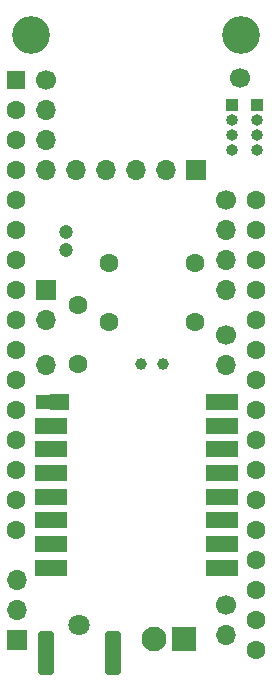
<source format=gbs>
%TF.GenerationSoftware,KiCad,Pcbnew,8.0.4*%
%TF.CreationDate,2024-08-28T09:49:03+09:00*%
%TF.ProjectId,powerfeather-lora-gps-reference,706f7765-7266-4656-9174-6865722d6c6f,rev?*%
%TF.SameCoordinates,Original*%
%TF.FileFunction,Soldermask,Bot*%
%TF.FilePolarity,Negative*%
%FSLAX46Y46*%
G04 Gerber Fmt 4.6, Leading zero omitted, Abs format (unit mm)*
G04 Created by KiCad (PCBNEW 8.0.4) date 2024-08-28 09:49:03*
%MOMM*%
%LPD*%
G01*
G04 APERTURE LIST*
G04 Aperture macros list*
%AMRoundRect*
0 Rectangle with rounded corners*
0 $1 Rounding radius*
0 $2 $3 $4 $5 $6 $7 $8 $9 X,Y pos of 4 corners*
0 Add a 4 corners polygon primitive as box body*
4,1,4,$2,$3,$4,$5,$6,$7,$8,$9,$2,$3,0*
0 Add four circle primitives for the rounded corners*
1,1,$1+$1,$2,$3*
1,1,$1+$1,$4,$5*
1,1,$1+$1,$6,$7*
1,1,$1+$1,$8,$9*
0 Add four rect primitives between the rounded corners*
20,1,$1+$1,$2,$3,$4,$5,0*
20,1,$1+$1,$4,$5,$6,$7,0*
20,1,$1+$1,$6,$7,$8,$9,0*
20,1,$1+$1,$8,$9,$2,$3,0*%
%AMFreePoly0*
4,1,17,1.497636,0.638536,1.499100,0.635000,1.499100,-0.635000,1.497636,-0.638536,1.494100,-0.640000,-0.041700,-0.640000,-0.045236,-0.638536,-0.046700,-0.635000,-0.046700,-0.600000,-1.250000,-0.600000,-1.250000,0.600000,-0.046700,0.600000,-0.046700,0.635000,-0.045236,0.638536,-0.041700,0.640000,1.494100,0.640000,1.497636,0.638536,1.497636,0.638536,$1*%
G04 Aperture macros list end*
%ADD10C,1.000000*%
%ADD11C,1.700000*%
%ADD12O,1.700000X1.700000*%
%ADD13C,1.600000*%
%ADD14R,1.700000X1.700000*%
%ADD15FreePoly0,0.000000*%
%ADD16RoundRect,0.102000X-1.250000X-0.600000X1.250000X-0.600000X1.250000X0.600000X-1.250000X0.600000X0*%
%ADD17C,1.200000*%
%ADD18C,1.800000*%
%ADD19RoundRect,0.250000X-0.425000X-1.600000X0.425000X-1.600000X0.425000X1.600000X-0.425000X1.600000X0*%
%ADD20R,1.000000X1.000000*%
%ADD21O,1.000000X1.000000*%
%ADD22R,2.100000X2.100000*%
%ADD23C,2.100000*%
%ADD24C,3.200000*%
%ADD25R,1.600000X1.600000*%
G04 APERTURE END LIST*
D10*
%TO.C,Y1*%
X133430000Y-100660000D03*
X131530000Y-100660000D03*
%TD*%
D11*
%TO.C,J5*%
X138730000Y-98280000D03*
D12*
X138730000Y-100820000D03*
%TD*%
D11*
%TO.C,J4*%
X138740000Y-121070000D03*
D12*
X138740000Y-123610000D03*
%TD*%
D13*
%TO.C,C3*%
X126200000Y-95680000D03*
X126200000Y-100680000D03*
%TD*%
D14*
%TO.C,J8*%
X123500000Y-94420000D03*
D12*
X123500000Y-96960000D03*
X123500000Y-100770000D03*
%TD*%
D11*
%TO.C,J6*%
X138740000Y-86800000D03*
D12*
X138740000Y-89340000D03*
X138740000Y-91880000D03*
X138740000Y-94420000D03*
%TD*%
D13*
%TO.C,C1*%
X136140000Y-97140000D03*
X136140000Y-92140000D03*
%TD*%
D15*
%TO.C,U2*%
X123930000Y-103930000D03*
D16*
X123930000Y-105930000D03*
X123930000Y-107930000D03*
X123930000Y-109930000D03*
X123930000Y-111930000D03*
X123930000Y-113930000D03*
X123930000Y-115930000D03*
X123930000Y-117930000D03*
X138390000Y-117930000D03*
X138390000Y-115930000D03*
X138390000Y-113930000D03*
X138390000Y-111930000D03*
X138390000Y-109930000D03*
X138390000Y-107930000D03*
X138390000Y-105930000D03*
X138390000Y-103930000D03*
%TD*%
D17*
%TO.C,C4*%
X125220000Y-91030000D03*
X125220000Y-89530000D03*
%TD*%
D18*
%TO.C,AE1*%
X126330000Y-122757500D03*
D19*
X129155000Y-125137500D03*
X123505000Y-125137500D03*
%TD*%
D13*
%TO.C,C2*%
X128850000Y-97150000D03*
X128850000Y-92150000D03*
%TD*%
D20*
%TO.C,J7*%
X141340000Y-78785000D03*
D21*
X141340000Y-80055000D03*
X141340000Y-81325000D03*
X141340000Y-82595000D03*
%TD*%
D11*
%TO.C,J10*%
X139960000Y-76480000D03*
%TD*%
D20*
%TO.C,J3*%
X139230000Y-78780000D03*
D21*
X139230000Y-80050000D03*
X139230000Y-81320000D03*
X139230000Y-82590000D03*
%TD*%
D11*
%TO.C,J11*%
X123500000Y-76640000D03*
D12*
X123500000Y-79180000D03*
X123500000Y-81720000D03*
X123500000Y-84260000D03*
%TD*%
D22*
%TO.C,J2*%
X135200000Y-124000000D03*
D23*
X132660000Y-124000000D03*
%TD*%
D14*
%TO.C,J9*%
X121060000Y-124065000D03*
D12*
X121060000Y-121525000D03*
X121060000Y-118985000D03*
%TD*%
D24*
%TO.C,A1*%
X122240000Y-72840000D03*
X140020000Y-72840000D03*
D25*
X120970000Y-76650000D03*
D13*
X120970000Y-79190000D03*
X120970000Y-81730000D03*
X120970000Y-84270000D03*
X120970000Y-86810000D03*
X120970000Y-89350000D03*
X120970000Y-91890000D03*
X120970000Y-94430000D03*
X120970000Y-96970000D03*
X120970000Y-99510000D03*
X120970000Y-102050000D03*
X120970000Y-104590000D03*
X120970000Y-107130000D03*
X120970000Y-109670000D03*
X120970000Y-112210000D03*
X120970000Y-114750000D03*
X141290000Y-114750000D03*
X141290000Y-112210000D03*
X141290000Y-109670000D03*
X141290000Y-107130000D03*
X141290000Y-104590000D03*
X141290000Y-102050000D03*
X141290000Y-99510000D03*
X141290000Y-96970000D03*
X141290000Y-94430000D03*
X141290000Y-91890000D03*
X141290000Y-89350000D03*
X141290000Y-86810000D03*
X141290000Y-124910000D03*
X141290000Y-122370000D03*
X141290000Y-119830000D03*
X141290000Y-117290000D03*
%TD*%
D14*
%TO.C,J1*%
X136187000Y-84290000D03*
D12*
X133647000Y-84290000D03*
X131107000Y-84290000D03*
X128567000Y-84290000D03*
X126027000Y-84290000D03*
%TD*%
M02*

</source>
